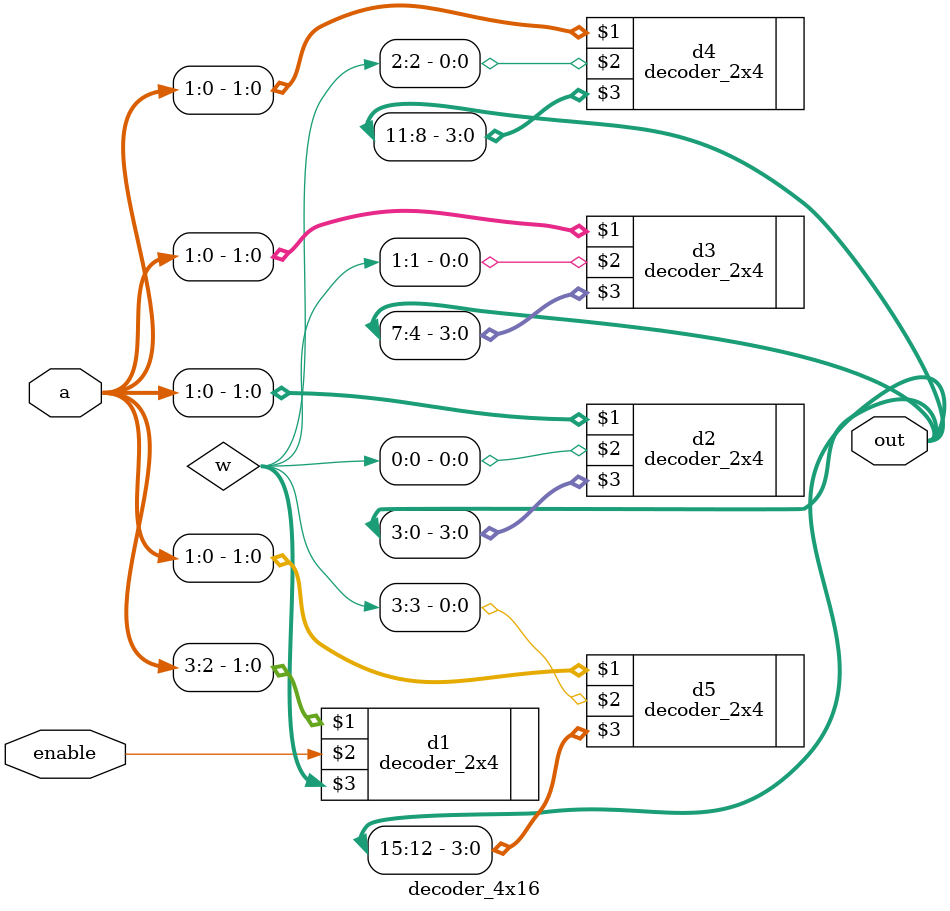
<source format=v>
module decoder_4x16(input [3:0] a,input enable,output [15:0] out );
  
wire [3:0] w;

 decoder_2x4 d1(a[3:2],enable,w[3:0]);
 
 decoder_2x4 d2(a[1:0],w[0],out[3:0]);
 decoder_2x4 d3(a[1:0],w[1],out[7:4]);
 decoder_2x4 d4(a[1:0],w[2],out[11:8]);
 decoder_2x4 d5(a[1:0],w[3],out[15:12]);
 
endmodule

</source>
